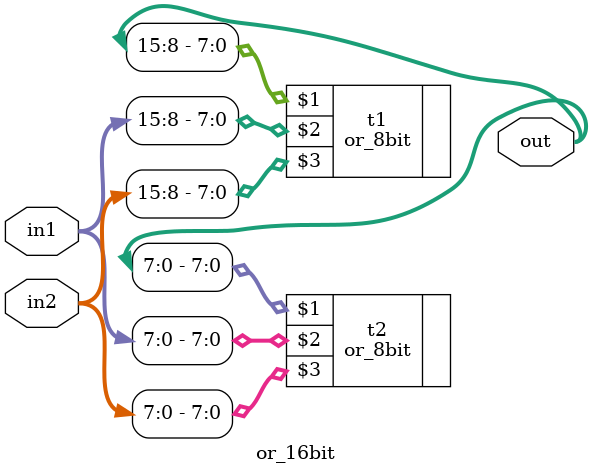
<source format=v>
module or_16bit(out,in1,in2);
input [15:0] in1, in2;
output [15:0] out;

or_8bit t1(out[15:8], in1[15:8], in2[15:8]);
or_8bit t2(out[7:0], in1[7:0], in2[7:0]);

endmodule
</source>
